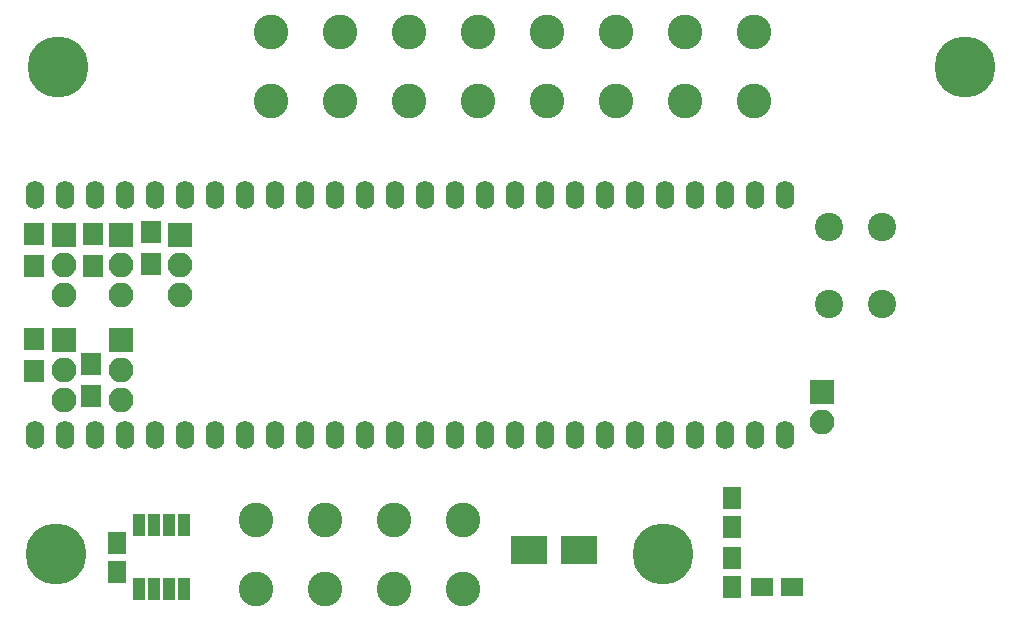
<source format=gbs>
G04 #@! TF.GenerationSoftware,KiCad,Pcbnew,(2017-03-04 revision f18196186)-makepkg*
G04 #@! TF.CreationDate,2017-03-09T17:33:05-05:00*
G04 #@! TF.ProjectId,C-CAN_Y17,432D43414E5F5931372E6B696361645F,rev?*
G04 #@! TF.FileFunction,Soldermask,Bot*
G04 #@! TF.FilePolarity,Negative*
%FSLAX46Y46*%
G04 Gerber Fmt 4.6, Leading zero omitted, Abs format (unit mm)*
G04 Created by KiCad (PCBNEW (2017-03-04 revision f18196186)-makepkg) date 03/09/17 17:33:05*
%MOMM*%
%LPD*%
G01*
G04 APERTURE LIST*
%ADD10C,0.100000*%
%ADD11R,2.100000X2.100000*%
%ADD12O,2.100000X2.100000*%
%ADD13C,5.175200*%
%ADD14C,2.940000*%
%ADD15R,1.650000X1.900000*%
%ADD16R,1.900000X1.650000*%
%ADD17C,2.400000*%
%ADD18R,1.000000X1.950000*%
%ADD19R,3.050000X2.430000*%
%ADD20R,1.700000X1.900000*%
%ADD21O,1.600000X2.400000*%
G04 APERTURE END LIST*
D10*
D11*
X105791000Y-102870000D03*
D12*
X105791000Y-105410000D03*
X105791000Y-107950000D03*
D13*
X100418900Y-79756000D03*
X177228500Y-79756000D03*
D14*
X118491000Y-82677000D03*
X124333000Y-82677000D03*
X130175000Y-82677000D03*
X136017000Y-82677000D03*
X141859000Y-82677000D03*
X147701000Y-82677000D03*
X153543000Y-82677000D03*
X159385000Y-82677000D03*
X118491000Y-76835000D03*
X124333000Y-76835000D03*
X130175000Y-76835000D03*
X136017000Y-76835000D03*
X141859000Y-76835000D03*
X147701000Y-76835000D03*
X153543000Y-76835000D03*
X159385000Y-76835000D03*
D13*
X151688800Y-121031000D03*
X100279200Y-121031000D03*
D14*
X134747000Y-118110000D03*
X128905000Y-118110000D03*
X123063000Y-118110000D03*
X117221000Y-118110000D03*
X134747000Y-123952000D03*
X128905000Y-123952000D03*
X123063000Y-123952000D03*
X117221000Y-123952000D03*
D15*
X105410000Y-120035000D03*
X105410000Y-122535000D03*
X157480000Y-121305000D03*
X157480000Y-123805000D03*
D16*
X162540000Y-123825000D03*
X160040000Y-123825000D03*
D15*
X157500000Y-118725000D03*
X157500000Y-116225000D03*
D12*
X165100000Y-109855000D03*
D11*
X165100000Y-107315000D03*
D17*
X165735000Y-93345000D03*
X170235000Y-93345000D03*
X165735000Y-99845000D03*
X170235000Y-99845000D03*
D18*
X107315000Y-123985000D03*
X108585000Y-123985000D03*
X109855000Y-123985000D03*
X111125000Y-123985000D03*
X111125000Y-118585000D03*
X109855000Y-118585000D03*
X108585000Y-118585000D03*
X107315000Y-118585000D03*
D19*
X140335000Y-120650000D03*
X144515000Y-120650000D03*
D12*
X100965000Y-99060000D03*
X100965000Y-96520000D03*
D11*
X100965000Y-93980000D03*
X100965000Y-102870000D03*
D12*
X100965000Y-105410000D03*
X100965000Y-107950000D03*
X105791000Y-99060000D03*
X105791000Y-96520000D03*
D11*
X105791000Y-93980000D03*
D12*
X110744000Y-99060000D03*
X110744000Y-96520000D03*
D11*
X110744000Y-93980000D03*
D20*
X98425000Y-93900000D03*
X98425000Y-96600000D03*
X98425000Y-105490000D03*
X98425000Y-102790000D03*
X103378000Y-93900000D03*
X103378000Y-96600000D03*
X103251000Y-107649000D03*
X103251000Y-104949000D03*
X108331000Y-93773000D03*
X108331000Y-96473000D03*
D21*
X98491500Y-110955001D03*
X98491500Y-90635001D03*
X101031500Y-110955001D03*
X101031500Y-90635001D03*
X103571500Y-110955001D03*
X103571500Y-90635001D03*
X106111500Y-110955001D03*
X106111500Y-90635001D03*
X108651500Y-110955001D03*
X108651500Y-90635001D03*
X111191500Y-110955001D03*
X111191500Y-90635001D03*
X113731500Y-110955001D03*
X113731500Y-90635001D03*
X116271500Y-110955001D03*
X116271500Y-90635001D03*
X118811500Y-110955001D03*
X118811500Y-90635001D03*
X121351500Y-110955001D03*
X121351500Y-90635001D03*
X123891500Y-110955001D03*
X123891500Y-90635001D03*
X126431500Y-110955001D03*
X126431500Y-90635001D03*
X128971500Y-110955001D03*
X128971500Y-90635001D03*
X131511500Y-110955001D03*
X131511500Y-90635001D03*
X134051500Y-110955001D03*
X134051500Y-90635001D03*
X136591500Y-110955001D03*
X136591500Y-90635001D03*
X139131500Y-110955001D03*
X139131500Y-90635001D03*
X141671500Y-110955001D03*
X141671500Y-90635001D03*
X144211500Y-110955001D03*
X144211500Y-90635001D03*
X146751500Y-110955001D03*
X146751500Y-90635001D03*
X149291500Y-110955001D03*
X149291500Y-90635001D03*
X151831500Y-110955001D03*
X151831500Y-90635001D03*
X154371500Y-110955001D03*
X154371500Y-90635001D03*
X156911500Y-110955001D03*
X156911500Y-90635001D03*
X159451500Y-110955001D03*
X159451500Y-90635001D03*
X161991500Y-110955001D03*
X161991500Y-90635001D03*
M02*

</source>
